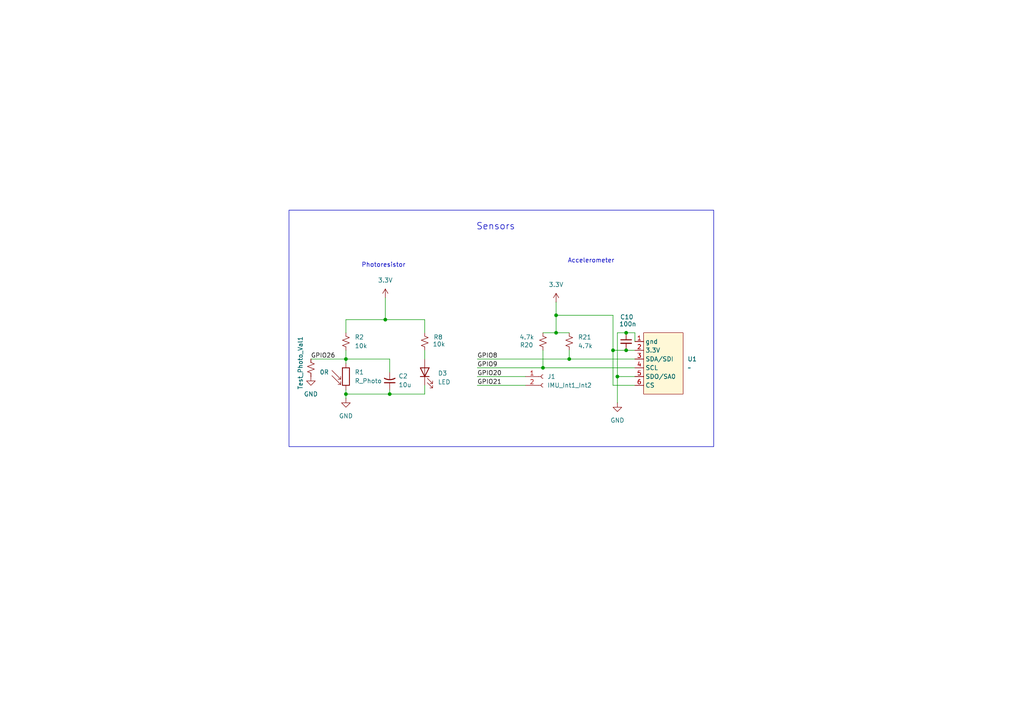
<source format=kicad_sch>
(kicad_sch
	(version 20250114)
	(generator "eeschema")
	(generator_version "9.0")
	(uuid "87812ec1-342e-43e6-b5c1-1eb20eb6354b")
	(paper "A4")
	(lib_symbols
		(symbol "Connector:Conn_01x02_Socket"
			(pin_names
				(offset 1.016)
				(hide yes)
			)
			(exclude_from_sim no)
			(in_bom yes)
			(on_board yes)
			(property "Reference" "J"
				(at 0 2.54 0)
				(effects
					(font
						(size 1.27 1.27)
					)
				)
			)
			(property "Value" "Conn_01x02_Socket"
				(at 0 -5.08 0)
				(effects
					(font
						(size 1.27 1.27)
					)
				)
			)
			(property "Footprint" ""
				(at 0 0 0)
				(effects
					(font
						(size 1.27 1.27)
					)
					(hide yes)
				)
			)
			(property "Datasheet" "~"
				(at 0 0 0)
				(effects
					(font
						(size 1.27 1.27)
					)
					(hide yes)
				)
			)
			(property "Description" "Generic connector, single row, 01x02, script generated"
				(at 0 0 0)
				(effects
					(font
						(size 1.27 1.27)
					)
					(hide yes)
				)
			)
			(property "ki_locked" ""
				(at 0 0 0)
				(effects
					(font
						(size 1.27 1.27)
					)
				)
			)
			(property "ki_keywords" "connector"
				(at 0 0 0)
				(effects
					(font
						(size 1.27 1.27)
					)
					(hide yes)
				)
			)
			(property "ki_fp_filters" "Connector*:*_1x??_*"
				(at 0 0 0)
				(effects
					(font
						(size 1.27 1.27)
					)
					(hide yes)
				)
			)
			(symbol "Conn_01x02_Socket_1_1"
				(polyline
					(pts
						(xy -1.27 0) (xy -0.508 0)
					)
					(stroke
						(width 0.1524)
						(type default)
					)
					(fill
						(type none)
					)
				)
				(polyline
					(pts
						(xy -1.27 -2.54) (xy -0.508 -2.54)
					)
					(stroke
						(width 0.1524)
						(type default)
					)
					(fill
						(type none)
					)
				)
				(arc
					(start 0 -0.508)
					(mid -0.5058 0)
					(end 0 0.508)
					(stroke
						(width 0.1524)
						(type default)
					)
					(fill
						(type none)
					)
				)
				(arc
					(start 0 -3.048)
					(mid -0.5058 -2.54)
					(end 0 -2.032)
					(stroke
						(width 0.1524)
						(type default)
					)
					(fill
						(type none)
					)
				)
				(pin passive line
					(at -5.08 0 0)
					(length 3.81)
					(name "Pin_1"
						(effects
							(font
								(size 1.27 1.27)
							)
						)
					)
					(number "1"
						(effects
							(font
								(size 1.27 1.27)
							)
						)
					)
				)
				(pin passive line
					(at -5.08 -2.54 0)
					(length 3.81)
					(name "Pin_2"
						(effects
							(font
								(size 1.27 1.27)
							)
						)
					)
					(number "2"
						(effects
							(font
								(size 1.27 1.27)
							)
						)
					)
				)
			)
			(embedded_fonts no)
		)
		(symbol "Device:C_Small"
			(pin_numbers
				(hide yes)
			)
			(pin_names
				(offset 0.254)
				(hide yes)
			)
			(exclude_from_sim no)
			(in_bom yes)
			(on_board yes)
			(property "Reference" "C"
				(at 0.254 1.778 0)
				(effects
					(font
						(size 1.27 1.27)
					)
					(justify left)
				)
			)
			(property "Value" "C_Small"
				(at 0.254 -2.032 0)
				(effects
					(font
						(size 1.27 1.27)
					)
					(justify left)
				)
			)
			(property "Footprint" ""
				(at 0 0 0)
				(effects
					(font
						(size 1.27 1.27)
					)
					(hide yes)
				)
			)
			(property "Datasheet" "~"
				(at 0 0 0)
				(effects
					(font
						(size 1.27 1.27)
					)
					(hide yes)
				)
			)
			(property "Description" "Unpolarized capacitor, small symbol"
				(at 0 0 0)
				(effects
					(font
						(size 1.27 1.27)
					)
					(hide yes)
				)
			)
			(property "ki_keywords" "capacitor cap"
				(at 0 0 0)
				(effects
					(font
						(size 1.27 1.27)
					)
					(hide yes)
				)
			)
			(property "ki_fp_filters" "C_*"
				(at 0 0 0)
				(effects
					(font
						(size 1.27 1.27)
					)
					(hide yes)
				)
			)
			(symbol "C_Small_0_1"
				(polyline
					(pts
						(xy -1.524 0.508) (xy 1.524 0.508)
					)
					(stroke
						(width 0.3048)
						(type default)
					)
					(fill
						(type none)
					)
				)
				(polyline
					(pts
						(xy -1.524 -0.508) (xy 1.524 -0.508)
					)
					(stroke
						(width 0.3302)
						(type default)
					)
					(fill
						(type none)
					)
				)
			)
			(symbol "C_Small_1_1"
				(pin passive line
					(at 0 2.54 270)
					(length 2.032)
					(name "~"
						(effects
							(font
								(size 1.27 1.27)
							)
						)
					)
					(number "1"
						(effects
							(font
								(size 1.27 1.27)
							)
						)
					)
				)
				(pin passive line
					(at 0 -2.54 90)
					(length 2.032)
					(name "~"
						(effects
							(font
								(size 1.27 1.27)
							)
						)
					)
					(number "2"
						(effects
							(font
								(size 1.27 1.27)
							)
						)
					)
				)
			)
			(embedded_fonts no)
		)
		(symbol "Device:C_Small_US"
			(pin_numbers
				(hide yes)
			)
			(pin_names
				(offset 0.254)
				(hide yes)
			)
			(exclude_from_sim no)
			(in_bom yes)
			(on_board yes)
			(property "Reference" "C"
				(at 0.254 1.778 0)
				(effects
					(font
						(size 1.27 1.27)
					)
					(justify left)
				)
			)
			(property "Value" "C_Small_US"
				(at 0.254 -2.032 0)
				(effects
					(font
						(size 1.27 1.27)
					)
					(justify left)
				)
			)
			(property "Footprint" ""
				(at 0 0 0)
				(effects
					(font
						(size 1.27 1.27)
					)
					(hide yes)
				)
			)
			(property "Datasheet" ""
				(at 0 0 0)
				(effects
					(font
						(size 1.27 1.27)
					)
					(hide yes)
				)
			)
			(property "Description" "capacitor, small US symbol"
				(at 0 0 0)
				(effects
					(font
						(size 1.27 1.27)
					)
					(hide yes)
				)
			)
			(property "ki_keywords" "cap capacitor"
				(at 0 0 0)
				(effects
					(font
						(size 1.27 1.27)
					)
					(hide yes)
				)
			)
			(property "ki_fp_filters" "C_*"
				(at 0 0 0)
				(effects
					(font
						(size 1.27 1.27)
					)
					(hide yes)
				)
			)
			(symbol "C_Small_US_0_1"
				(polyline
					(pts
						(xy -1.524 0.508) (xy 1.524 0.508)
					)
					(stroke
						(width 0.3048)
						(type default)
					)
					(fill
						(type none)
					)
				)
				(arc
					(start -1.524 -0.762)
					(mid 0 -0.3734)
					(end 1.524 -0.762)
					(stroke
						(width 0.3048)
						(type default)
					)
					(fill
						(type none)
					)
				)
			)
			(symbol "C_Small_US_1_1"
				(pin passive line
					(at 0 2.54 270)
					(length 2.032)
					(name "~"
						(effects
							(font
								(size 1.27 1.27)
							)
						)
					)
					(number "1"
						(effects
							(font
								(size 1.27 1.27)
							)
						)
					)
				)
				(pin passive line
					(at 0 -2.54 90)
					(length 2.032)
					(name "~"
						(effects
							(font
								(size 1.27 1.27)
							)
						)
					)
					(number "2"
						(effects
							(font
								(size 1.27 1.27)
							)
						)
					)
				)
			)
			(embedded_fonts no)
		)
		(symbol "Device:LED"
			(pin_numbers
				(hide yes)
			)
			(pin_names
				(offset 1.016)
				(hide yes)
			)
			(exclude_from_sim no)
			(in_bom yes)
			(on_board yes)
			(property "Reference" "D"
				(at 0 2.54 0)
				(effects
					(font
						(size 1.27 1.27)
					)
				)
			)
			(property "Value" "LED"
				(at 0 -2.54 0)
				(effects
					(font
						(size 1.27 1.27)
					)
				)
			)
			(property "Footprint" ""
				(at 0 0 0)
				(effects
					(font
						(size 1.27 1.27)
					)
					(hide yes)
				)
			)
			(property "Datasheet" "~"
				(at 0 0 0)
				(effects
					(font
						(size 1.27 1.27)
					)
					(hide yes)
				)
			)
			(property "Description" "Light emitting diode"
				(at 0 0 0)
				(effects
					(font
						(size 1.27 1.27)
					)
					(hide yes)
				)
			)
			(property "Sim.Pins" "1=K 2=A"
				(at 0 0 0)
				(effects
					(font
						(size 1.27 1.27)
					)
					(hide yes)
				)
			)
			(property "ki_keywords" "LED diode"
				(at 0 0 0)
				(effects
					(font
						(size 1.27 1.27)
					)
					(hide yes)
				)
			)
			(property "ki_fp_filters" "LED* LED_SMD:* LED_THT:*"
				(at 0 0 0)
				(effects
					(font
						(size 1.27 1.27)
					)
					(hide yes)
				)
			)
			(symbol "LED_0_1"
				(polyline
					(pts
						(xy -3.048 -0.762) (xy -4.572 -2.286) (xy -3.81 -2.286) (xy -4.572 -2.286) (xy -4.572 -1.524)
					)
					(stroke
						(width 0)
						(type default)
					)
					(fill
						(type none)
					)
				)
				(polyline
					(pts
						(xy -1.778 -0.762) (xy -3.302 -2.286) (xy -2.54 -2.286) (xy -3.302 -2.286) (xy -3.302 -1.524)
					)
					(stroke
						(width 0)
						(type default)
					)
					(fill
						(type none)
					)
				)
				(polyline
					(pts
						(xy -1.27 0) (xy 1.27 0)
					)
					(stroke
						(width 0)
						(type default)
					)
					(fill
						(type none)
					)
				)
				(polyline
					(pts
						(xy -1.27 -1.27) (xy -1.27 1.27)
					)
					(stroke
						(width 0.254)
						(type default)
					)
					(fill
						(type none)
					)
				)
				(polyline
					(pts
						(xy 1.27 -1.27) (xy 1.27 1.27) (xy -1.27 0) (xy 1.27 -1.27)
					)
					(stroke
						(width 0.254)
						(type default)
					)
					(fill
						(type none)
					)
				)
			)
			(symbol "LED_1_1"
				(pin passive line
					(at -3.81 0 0)
					(length 2.54)
					(name "K"
						(effects
							(font
								(size 1.27 1.27)
							)
						)
					)
					(number "1"
						(effects
							(font
								(size 1.27 1.27)
							)
						)
					)
				)
				(pin passive line
					(at 3.81 0 180)
					(length 2.54)
					(name "A"
						(effects
							(font
								(size 1.27 1.27)
							)
						)
					)
					(number "2"
						(effects
							(font
								(size 1.27 1.27)
							)
						)
					)
				)
			)
			(embedded_fonts no)
		)
		(symbol "Device:R_Photo"
			(pin_numbers
				(hide yes)
			)
			(pin_names
				(offset 0)
			)
			(exclude_from_sim no)
			(in_bom yes)
			(on_board yes)
			(property "Reference" "R"
				(at 1.27 1.27 0)
				(effects
					(font
						(size 1.27 1.27)
					)
					(justify left)
				)
			)
			(property "Value" "R_Photo"
				(at 1.27 0 0)
				(effects
					(font
						(size 1.27 1.27)
					)
					(justify left top)
				)
			)
			(property "Footprint" ""
				(at 1.27 -6.35 90)
				(effects
					(font
						(size 1.27 1.27)
					)
					(justify left)
					(hide yes)
				)
			)
			(property "Datasheet" "~"
				(at 0 -1.27 0)
				(effects
					(font
						(size 1.27 1.27)
					)
					(hide yes)
				)
			)
			(property "Description" "Photoresistor"
				(at 0 0 0)
				(effects
					(font
						(size 1.27 1.27)
					)
					(hide yes)
				)
			)
			(property "ki_keywords" "resistor variable light sensitive opto LDR"
				(at 0 0 0)
				(effects
					(font
						(size 1.27 1.27)
					)
					(hide yes)
				)
			)
			(property "ki_fp_filters" "*LDR* R?LDR*"
				(at 0 0 0)
				(effects
					(font
						(size 1.27 1.27)
					)
					(hide yes)
				)
			)
			(symbol "R_Photo_0_1"
				(polyline
					(pts
						(xy -1.524 -0.762) (xy -4.064 1.778)
					)
					(stroke
						(width 0)
						(type default)
					)
					(fill
						(type none)
					)
				)
				(polyline
					(pts
						(xy -1.524 -0.762) (xy -2.286 -0.762)
					)
					(stroke
						(width 0)
						(type default)
					)
					(fill
						(type none)
					)
				)
				(polyline
					(pts
						(xy -1.524 -0.762) (xy -1.524 0)
					)
					(stroke
						(width 0)
						(type default)
					)
					(fill
						(type none)
					)
				)
				(polyline
					(pts
						(xy -1.524 -2.286) (xy -4.064 0.254)
					)
					(stroke
						(width 0)
						(type default)
					)
					(fill
						(type none)
					)
				)
				(polyline
					(pts
						(xy -1.524 -2.286) (xy -2.286 -2.286)
					)
					(stroke
						(width 0)
						(type default)
					)
					(fill
						(type none)
					)
				)
				(polyline
					(pts
						(xy -1.524 -2.286) (xy -1.524 -1.524)
					)
					(stroke
						(width 0)
						(type default)
					)
					(fill
						(type none)
					)
				)
				(rectangle
					(start -1.016 2.54)
					(end 1.016 -2.54)
					(stroke
						(width 0.254)
						(type default)
					)
					(fill
						(type none)
					)
				)
			)
			(symbol "R_Photo_1_1"
				(pin passive line
					(at 0 3.81 270)
					(length 1.27)
					(name "~"
						(effects
							(font
								(size 1.27 1.27)
							)
						)
					)
					(number "1"
						(effects
							(font
								(size 1.27 1.27)
							)
						)
					)
				)
				(pin passive line
					(at 0 -3.81 90)
					(length 1.27)
					(name "~"
						(effects
							(font
								(size 1.27 1.27)
							)
						)
					)
					(number "2"
						(effects
							(font
								(size 1.27 1.27)
							)
						)
					)
				)
			)
			(embedded_fonts no)
		)
		(symbol "Device:R_Small_US"
			(pin_numbers
				(hide yes)
			)
			(pin_names
				(offset 0.254)
				(hide yes)
			)
			(exclude_from_sim no)
			(in_bom yes)
			(on_board yes)
			(property "Reference" "R"
				(at 0.762 0.508 0)
				(effects
					(font
						(size 1.27 1.27)
					)
					(justify left)
				)
			)
			(property "Value" "R_Small_US"
				(at 0.762 -1.016 0)
				(effects
					(font
						(size 1.27 1.27)
					)
					(justify left)
				)
			)
			(property "Footprint" ""
				(at 0 0 0)
				(effects
					(font
						(size 1.27 1.27)
					)
					(hide yes)
				)
			)
			(property "Datasheet" "~"
				(at 0 0 0)
				(effects
					(font
						(size 1.27 1.27)
					)
					(hide yes)
				)
			)
			(property "Description" "Resistor, small US symbol"
				(at 0 0 0)
				(effects
					(font
						(size 1.27 1.27)
					)
					(hide yes)
				)
			)
			(property "ki_keywords" "r resistor"
				(at 0 0 0)
				(effects
					(font
						(size 1.27 1.27)
					)
					(hide yes)
				)
			)
			(property "ki_fp_filters" "R_*"
				(at 0 0 0)
				(effects
					(font
						(size 1.27 1.27)
					)
					(hide yes)
				)
			)
			(symbol "R_Small_US_1_1"
				(polyline
					(pts
						(xy 0 1.524) (xy 1.016 1.143) (xy 0 0.762) (xy -1.016 0.381) (xy 0 0)
					)
					(stroke
						(width 0)
						(type default)
					)
					(fill
						(type none)
					)
				)
				(polyline
					(pts
						(xy 0 0) (xy 1.016 -0.381) (xy 0 -0.762) (xy -1.016 -1.143) (xy 0 -1.524)
					)
					(stroke
						(width 0)
						(type default)
					)
					(fill
						(type none)
					)
				)
				(pin passive line
					(at 0 2.54 270)
					(length 1.016)
					(name "~"
						(effects
							(font
								(size 1.27 1.27)
							)
						)
					)
					(number "1"
						(effects
							(font
								(size 1.27 1.27)
							)
						)
					)
				)
				(pin passive line
					(at 0 -2.54 90)
					(length 1.016)
					(name "~"
						(effects
							(font
								(size 1.27 1.27)
							)
						)
					)
					(number "2"
						(effects
							(font
								(size 1.27 1.27)
							)
						)
					)
				)
			)
			(embedded_fonts no)
		)
		(symbol "Elijahs_symbols:I2C_4"
			(exclude_from_sim no)
			(in_bom yes)
			(on_board yes)
			(property "Reference" "U"
				(at 8.636 -0.254 0)
				(effects
					(font
						(size 1.27 1.27)
					)
				)
			)
			(property "Value" ""
				(at 0 0 0)
				(effects
					(font
						(size 1.27 1.27)
					)
				)
			)
			(property "Footprint" ""
				(at 0 0 0)
				(effects
					(font
						(size 1.27 1.27)
					)
					(hide yes)
				)
			)
			(property "Datasheet" ""
				(at 0 0 0)
				(effects
					(font
						(size 1.27 1.27)
					)
					(hide yes)
				)
			)
			(property "Description" ""
				(at 0 0 0)
				(effects
					(font
						(size 1.27 1.27)
					)
					(hide yes)
				)
			)
			(symbol "I2C_4_1_1"
				(rectangle
					(start 2.54 -1.27)
					(end 13.97 -19.05)
					(stroke
						(width 0)
						(type solid)
					)
					(fill
						(type color)
						(color 255 248 215 1)
					)
				)
				(pin power_in line
					(at 0 -3.81 0)
					(length 2.54)
					(name "gnd"
						(effects
							(font
								(size 1.27 1.27)
							)
						)
					)
					(number "1"
						(effects
							(font
								(size 1.27 1.27)
							)
						)
					)
				)
				(pin power_in line
					(at 0 -6.35 0)
					(length 2.54)
					(name "3.3V"
						(effects
							(font
								(size 1.27 1.27)
							)
						)
					)
					(number "2"
						(effects
							(font
								(size 1.27 1.27)
							)
						)
					)
				)
				(pin input line
					(at 0 -8.89 0)
					(length 2.54)
					(name "SDA/SDI"
						(effects
							(font
								(size 1.27 1.27)
							)
						)
					)
					(number "3"
						(effects
							(font
								(size 1.27 1.27)
							)
						)
					)
				)
				(pin input line
					(at 0 -11.43 0)
					(length 2.54)
					(name "SCL"
						(effects
							(font
								(size 1.27 1.27)
							)
						)
					)
					(number "4"
						(effects
							(font
								(size 1.27 1.27)
							)
						)
					)
				)
				(pin output line
					(at 0 -13.97 0)
					(length 2.54)
					(name "SDO/SA0"
						(effects
							(font
								(size 1.27 1.27)
							)
						)
					)
					(number "5"
						(effects
							(font
								(size 1.27 1.27)
							)
						)
					)
				)
				(pin input line
					(at 0 -16.51 0)
					(length 2.54)
					(name "CS"
						(effects
							(font
								(size 1.27 1.27)
							)
						)
					)
					(number "6"
						(effects
							(font
								(size 1.27 1.27)
							)
						)
					)
				)
			)
			(embedded_fonts no)
		)
		(symbol "power:GND"
			(power)
			(pin_numbers
				(hide yes)
			)
			(pin_names
				(offset 0)
				(hide yes)
			)
			(exclude_from_sim no)
			(in_bom yes)
			(on_board yes)
			(property "Reference" "#PWR"
				(at 0 -6.35 0)
				(effects
					(font
						(size 1.27 1.27)
					)
					(hide yes)
				)
			)
			(property "Value" "GND"
				(at 0 -3.81 0)
				(effects
					(font
						(size 1.27 1.27)
					)
				)
			)
			(property "Footprint" ""
				(at 0 0 0)
				(effects
					(font
						(size 1.27 1.27)
					)
					(hide yes)
				)
			)
			(property "Datasheet" ""
				(at 0 0 0)
				(effects
					(font
						(size 1.27 1.27)
					)
					(hide yes)
				)
			)
			(property "Description" "Power symbol creates a global label with name \"GND\" , ground"
				(at 0 0 0)
				(effects
					(font
						(size 1.27 1.27)
					)
					(hide yes)
				)
			)
			(property "ki_keywords" "global power"
				(at 0 0 0)
				(effects
					(font
						(size 1.27 1.27)
					)
					(hide yes)
				)
			)
			(symbol "GND_0_1"
				(polyline
					(pts
						(xy 0 0) (xy 0 -1.27) (xy 1.27 -1.27) (xy 0 -2.54) (xy -1.27 -1.27) (xy 0 -1.27)
					)
					(stroke
						(width 0)
						(type default)
					)
					(fill
						(type none)
					)
				)
			)
			(symbol "GND_1_1"
				(pin power_in line
					(at 0 0 270)
					(length 0)
					(name "~"
						(effects
							(font
								(size 1.27 1.27)
							)
						)
					)
					(number "1"
						(effects
							(font
								(size 1.27 1.27)
							)
						)
					)
				)
			)
			(embedded_fonts no)
		)
		(symbol "power:VCC"
			(power)
			(pin_numbers
				(hide yes)
			)
			(pin_names
				(offset 0)
				(hide yes)
			)
			(exclude_from_sim no)
			(in_bom yes)
			(on_board yes)
			(property "Reference" "#PWR"
				(at 0 -3.81 0)
				(effects
					(font
						(size 1.27 1.27)
					)
					(hide yes)
				)
			)
			(property "Value" "VCC"
				(at 0 3.556 0)
				(effects
					(font
						(size 1.27 1.27)
					)
				)
			)
			(property "Footprint" ""
				(at 0 0 0)
				(effects
					(font
						(size 1.27 1.27)
					)
					(hide yes)
				)
			)
			(property "Datasheet" ""
				(at 0 0 0)
				(effects
					(font
						(size 1.27 1.27)
					)
					(hide yes)
				)
			)
			(property "Description" "Power symbol creates a global label with name \"VCC\""
				(at 0 0 0)
				(effects
					(font
						(size 1.27 1.27)
					)
					(hide yes)
				)
			)
			(property "ki_keywords" "global power"
				(at 0 0 0)
				(effects
					(font
						(size 1.27 1.27)
					)
					(hide yes)
				)
			)
			(symbol "VCC_0_1"
				(polyline
					(pts
						(xy -0.762 1.27) (xy 0 2.54)
					)
					(stroke
						(width 0)
						(type default)
					)
					(fill
						(type none)
					)
				)
				(polyline
					(pts
						(xy 0 2.54) (xy 0.762 1.27)
					)
					(stroke
						(width 0)
						(type default)
					)
					(fill
						(type none)
					)
				)
				(polyline
					(pts
						(xy 0 0) (xy 0 2.54)
					)
					(stroke
						(width 0)
						(type default)
					)
					(fill
						(type none)
					)
				)
			)
			(symbol "VCC_1_1"
				(pin power_in line
					(at 0 0 90)
					(length 0)
					(name "~"
						(effects
							(font
								(size 1.27 1.27)
							)
						)
					)
					(number "1"
						(effects
							(font
								(size 1.27 1.27)
							)
						)
					)
				)
			)
			(embedded_fonts no)
		)
	)
	(rectangle
		(start 83.82 60.96)
		(end 207.01 129.54)
		(stroke
			(width 0)
			(type default)
		)
		(fill
			(type none)
		)
		(uuid 4b9b5182-569b-4fd2-8034-36b58179bab3)
	)
	(text "Photoresistor"
		(exclude_from_sim no)
		(at 111.252 76.962 0)
		(effects
			(font
				(size 1.27 1.27)
			)
		)
		(uuid "26b60b5f-949f-4f06-a914-810e17bab3ac")
	)
	(text "Sensors"
		(exclude_from_sim no)
		(at 143.764 65.786 0)
		(effects
			(font
				(size 1.905 1.905)
			)
		)
		(uuid "91b39d69-cbf2-4ae9-a133-6c237dac8a60")
	)
	(text "Accelerometer"
		(exclude_from_sim no)
		(at 171.45 75.692 0)
		(effects
			(font
				(size 1.27 1.27)
			)
		)
		(uuid "c7b05f3f-f496-461a-88f7-475dc7d0ce16")
	)
	(junction
		(at 161.29 91.44)
		(diameter 0)
		(color 0 0 0 0)
		(uuid "16f87a45-f48f-451f-a72a-a9f3b71698ed")
	)
	(junction
		(at 100.33 104.14)
		(diameter 0)
		(color 0 0 0 0)
		(uuid "307ee99e-d6e3-4201-89db-48ad5ee9e7b9")
	)
	(junction
		(at 177.8 101.6)
		(diameter 0)
		(color 0 0 0 0)
		(uuid "3af54ba6-269f-4e04-aec1-d2d312aa6e8a")
	)
	(junction
		(at 181.61 96.52)
		(diameter 0)
		(color 0 0 0 0)
		(uuid "3cec4b9d-815c-4e73-b55e-42507cf8e1aa")
	)
	(junction
		(at 165.1 104.14)
		(diameter 0)
		(color 0 0 0 0)
		(uuid "410bb921-7ece-44bc-987c-f64d221e56a3")
	)
	(junction
		(at 161.29 96.52)
		(diameter 0)
		(color 0 0 0 0)
		(uuid "4fcd0a4e-45ba-490f-a08d-548c7bf96cb4")
	)
	(junction
		(at 113.03 114.3)
		(diameter 0)
		(color 0 0 0 0)
		(uuid "622702ec-9109-44b2-a2aa-3911d14c83ac")
	)
	(junction
		(at 157.48 106.68)
		(diameter 0)
		(color 0 0 0 0)
		(uuid "66138d3b-3c08-4703-8a38-d90ed054198a")
	)
	(junction
		(at 100.33 114.3)
		(diameter 0)
		(color 0 0 0 0)
		(uuid "72696f05-514c-46aa-9ccd-f426e9b5b6bd")
	)
	(junction
		(at 179.07 109.22)
		(diameter 0)
		(color 0 0 0 0)
		(uuid "9a5d9417-e238-410e-ab41-8b9a9c5dab29")
	)
	(junction
		(at 181.61 101.6)
		(diameter 0)
		(color 0 0 0 0)
		(uuid "c23d52fe-0706-4fdc-98e0-501b841f2291")
	)
	(junction
		(at 111.76 92.71)
		(diameter 0)
		(color 0 0 0 0)
		(uuid "e1acdc00-d809-436e-9a9d-c5f16c3fa975")
	)
	(wire
		(pts
			(xy 138.43 111.76) (xy 152.4 111.76)
		)
		(stroke
			(width 0)
			(type default)
		)
		(uuid "043ce741-7339-4002-91a9-c22fe3b44021")
	)
	(wire
		(pts
			(xy 113.03 113.03) (xy 113.03 114.3)
		)
		(stroke
			(width 0)
			(type default)
		)
		(uuid "0646275f-86e6-4405-97f4-3f0fb92ad73c")
	)
	(wire
		(pts
			(xy 177.8 91.44) (xy 177.8 101.6)
		)
		(stroke
			(width 0)
			(type default)
		)
		(uuid "08f4f4c6-5e26-4a90-bab6-a40e1e51eaae")
	)
	(wire
		(pts
			(xy 181.61 96.52) (xy 184.15 96.52)
		)
		(stroke
			(width 0)
			(type default)
		)
		(uuid "1076dcf7-eaff-49ba-a9ad-7271e2774544")
	)
	(wire
		(pts
			(xy 138.43 109.22) (xy 152.4 109.22)
		)
		(stroke
			(width 0)
			(type default)
		)
		(uuid "11bf5a68-b381-47ac-afcd-69bc98934a17")
	)
	(wire
		(pts
			(xy 165.1 101.6) (xy 165.1 104.14)
		)
		(stroke
			(width 0)
			(type default)
		)
		(uuid "194b67c4-4066-4129-9c57-1ee13ccf577f")
	)
	(wire
		(pts
			(xy 100.33 104.14) (xy 100.33 105.41)
		)
		(stroke
			(width 0)
			(type default)
		)
		(uuid "222d5ff7-e790-4405-96ed-4487d713a4a9")
	)
	(wire
		(pts
			(xy 161.29 96.52) (xy 165.1 96.52)
		)
		(stroke
			(width 0)
			(type default)
		)
		(uuid "22d7f09c-2ca2-46c0-948a-0ebf9b158aea")
	)
	(wire
		(pts
			(xy 177.8 111.76) (xy 184.15 111.76)
		)
		(stroke
			(width 0)
			(type default)
		)
		(uuid "27622313-4dfd-4484-8ddd-6799397fb00c")
	)
	(wire
		(pts
			(xy 177.8 101.6) (xy 177.8 111.76)
		)
		(stroke
			(width 0)
			(type default)
		)
		(uuid "2f2656ac-9d17-419e-af16-23531e430064")
	)
	(wire
		(pts
			(xy 123.19 92.71) (xy 123.19 96.52)
		)
		(stroke
			(width 0)
			(type default)
		)
		(uuid "4b7a9418-eeaa-45c2-9922-fac508053d97")
	)
	(wire
		(pts
			(xy 179.07 96.52) (xy 181.61 96.52)
		)
		(stroke
			(width 0)
			(type default)
		)
		(uuid "56ea8ce3-6f38-4954-beae-fc0e58e4bfea")
	)
	(wire
		(pts
			(xy 179.07 96.52) (xy 179.07 109.22)
		)
		(stroke
			(width 0)
			(type default)
		)
		(uuid "6223c78d-7204-42f0-a803-641fe3556b64")
	)
	(wire
		(pts
			(xy 100.33 101.6) (xy 100.33 104.14)
		)
		(stroke
			(width 0)
			(type default)
		)
		(uuid "62472ce6-0646-4422-a6e6-8b486a380e39")
	)
	(wire
		(pts
			(xy 177.8 101.6) (xy 181.61 101.6)
		)
		(stroke
			(width 0)
			(type default)
		)
		(uuid "703bfc6c-2b43-42f0-8648-a1d710c6103f")
	)
	(wire
		(pts
			(xy 161.29 87.63) (xy 161.29 91.44)
		)
		(stroke
			(width 0)
			(type default)
		)
		(uuid "7146624a-c80f-4466-a5c6-2588658dfc58")
	)
	(wire
		(pts
			(xy 100.33 96.52) (xy 100.33 92.71)
		)
		(stroke
			(width 0)
			(type default)
		)
		(uuid "76709628-d868-4cd1-aca9-6b10191de5e5")
	)
	(wire
		(pts
			(xy 123.19 111.76) (xy 123.19 114.3)
		)
		(stroke
			(width 0)
			(type default)
		)
		(uuid "79c78fe7-49e4-4870-9dc9-a5f98286108b")
	)
	(wire
		(pts
			(xy 113.03 114.3) (xy 100.33 114.3)
		)
		(stroke
			(width 0)
			(type default)
		)
		(uuid "7a395823-8125-4392-be9c-2338edb82747")
	)
	(wire
		(pts
			(xy 90.17 104.14) (xy 100.33 104.14)
		)
		(stroke
			(width 0)
			(type default)
		)
		(uuid "8d5b8818-5fb3-49bf-9328-c1ea2118005b")
	)
	(wire
		(pts
			(xy 100.33 114.3) (xy 100.33 115.57)
		)
		(stroke
			(width 0)
			(type default)
		)
		(uuid "8fb7e0f7-2760-4a2f-9a8e-2563f858cbf8")
	)
	(wire
		(pts
			(xy 157.48 106.68) (xy 184.15 106.68)
		)
		(stroke
			(width 0)
			(type default)
		)
		(uuid "90839232-4071-4c5b-b4be-af3dac275616")
	)
	(wire
		(pts
			(xy 161.29 91.44) (xy 161.29 96.52)
		)
		(stroke
			(width 0)
			(type default)
		)
		(uuid "94c5c9a9-6ea2-43b8-9e8f-e9002b5f5ec1")
	)
	(wire
		(pts
			(xy 157.48 96.52) (xy 161.29 96.52)
		)
		(stroke
			(width 0)
			(type default)
		)
		(uuid "a1158d68-01d8-421f-a155-a6019bcae2ac")
	)
	(wire
		(pts
			(xy 184.15 96.52) (xy 184.15 99.06)
		)
		(stroke
			(width 0)
			(type default)
		)
		(uuid "a5c1e152-d089-437c-ac38-b3e2e7b95d83")
	)
	(wire
		(pts
			(xy 165.1 104.14) (xy 184.15 104.14)
		)
		(stroke
			(width 0)
			(type default)
		)
		(uuid "a6d638f1-7387-477b-9be0-37a2a83d6f72")
	)
	(wire
		(pts
			(xy 138.43 104.14) (xy 165.1 104.14)
		)
		(stroke
			(width 0)
			(type default)
		)
		(uuid "ac11bc94-6eec-4dc6-b275-132a10ee78be")
	)
	(wire
		(pts
			(xy 100.33 113.03) (xy 100.33 114.3)
		)
		(stroke
			(width 0)
			(type default)
		)
		(uuid "c0aa534b-7545-4426-91ba-1f850838e06d")
	)
	(wire
		(pts
			(xy 161.29 91.44) (xy 177.8 91.44)
		)
		(stroke
			(width 0)
			(type default)
		)
		(uuid "c3289530-b95d-4df8-953f-fbebf67aa452")
	)
	(wire
		(pts
			(xy 113.03 107.95) (xy 113.03 104.14)
		)
		(stroke
			(width 0)
			(type default)
		)
		(uuid "d03ad0dc-e365-46c6-83a9-83d4db457daf")
	)
	(wire
		(pts
			(xy 179.07 109.22) (xy 184.15 109.22)
		)
		(stroke
			(width 0)
			(type default)
		)
		(uuid "d5d3de5e-01ba-4dc2-b503-4fb555eff33a")
	)
	(wire
		(pts
			(xy 138.43 106.68) (xy 157.48 106.68)
		)
		(stroke
			(width 0)
			(type default)
		)
		(uuid "d6b419b9-cf38-4bea-89c8-2c0cd1c70b35")
	)
	(wire
		(pts
			(xy 111.76 86.36) (xy 111.76 92.71)
		)
		(stroke
			(width 0)
			(type default)
		)
		(uuid "d7d71d61-fb11-41b9-b87f-9aec8de040a7")
	)
	(wire
		(pts
			(xy 100.33 92.71) (xy 111.76 92.71)
		)
		(stroke
			(width 0)
			(type default)
		)
		(uuid "d83c1702-94c8-4e7f-b4ee-41a5cc539cba")
	)
	(wire
		(pts
			(xy 179.07 109.22) (xy 179.07 116.84)
		)
		(stroke
			(width 0)
			(type default)
		)
		(uuid "dba36c46-c6fc-4c0f-8aef-5212f1423a1f")
	)
	(wire
		(pts
			(xy 157.48 101.6) (xy 157.48 106.68)
		)
		(stroke
			(width 0)
			(type default)
		)
		(uuid "dfca8d5b-f2ab-46fe-925e-a80c771807b5")
	)
	(wire
		(pts
			(xy 123.19 101.6) (xy 123.19 104.14)
		)
		(stroke
			(width 0)
			(type default)
		)
		(uuid "e1e7ce50-81f3-4093-8886-fadc6710bc76")
	)
	(wire
		(pts
			(xy 181.61 101.6) (xy 184.15 101.6)
		)
		(stroke
			(width 0)
			(type default)
		)
		(uuid "e44b9bbd-e124-4cc7-9140-afff32014cd2")
	)
	(wire
		(pts
			(xy 111.76 92.71) (xy 123.19 92.71)
		)
		(stroke
			(width 0)
			(type default)
		)
		(uuid "ead52d29-ec44-4a42-9706-90460691f904")
	)
	(wire
		(pts
			(xy 113.03 114.3) (xy 123.19 114.3)
		)
		(stroke
			(width 0)
			(type default)
		)
		(uuid "eef42db0-70d7-417d-915d-260866ed01bc")
	)
	(wire
		(pts
			(xy 100.33 104.14) (xy 113.03 104.14)
		)
		(stroke
			(width 0)
			(type default)
		)
		(uuid "efe66bcc-c403-47fb-bd13-05824ec310f3")
	)
	(label "GPIO8"
		(at 138.43 104.14 0)
		(effects
			(font
				(size 1.27 1.27)
			)
			(justify left bottom)
		)
		(uuid "1b554dd5-9ae0-48ef-8fb3-820cb57faf5a")
	)
	(label "GPIO20"
		(at 138.43 109.22 0)
		(effects
			(font
				(size 1.27 1.27)
			)
			(justify left bottom)
		)
		(uuid "28d74852-e238-491d-a8e7-7af1bd14d8f6")
	)
	(label "GPIO26"
		(at 90.17 104.14 0)
		(effects
			(font
				(size 1.27 1.27)
			)
			(justify left bottom)
		)
		(uuid "3c679c41-033c-4554-8322-38cde69d391d")
	)
	(label "GPIO9"
		(at 138.43 106.68 0)
		(effects
			(font
				(size 1.27 1.27)
			)
			(justify left bottom)
		)
		(uuid "68e5d9c7-e114-4b3e-bef5-1152ccdc5377")
	)
	(label "GPIO21"
		(at 138.43 111.76 0)
		(effects
			(font
				(size 1.27 1.27)
			)
			(justify left bottom)
		)
		(uuid "f92bd092-d957-4ddb-9217-cf1af138df14")
	)
	(symbol
		(lib_id "Device:R_Small_US")
		(at 100.33 99.06 0)
		(unit 1)
		(exclude_from_sim no)
		(in_bom yes)
		(on_board yes)
		(dnp no)
		(fields_autoplaced yes)
		(uuid "168e18b3-439f-4c9b-a90a-da5a7d2e2da4")
		(property "Reference" "R2"
			(at 102.87 97.7899 0)
			(effects
				(font
					(size 1.27 1.27)
				)
				(justify left)
			)
		)
		(property "Value" "10k"
			(at 102.87 100.3299 0)
			(effects
				(font
					(size 1.27 1.27)
				)
				(justify left)
			)
		)
		(property "Footprint" "Resistor_THT:R_Axial_DIN0207_L6.3mm_D2.5mm_P10.16mm_Horizontal"
			(at 100.33 99.06 0)
			(effects
				(font
					(size 1.27 1.27)
				)
				(hide yes)
			)
		)
		(property "Datasheet" "~"
			(at 100.33 99.06 0)
			(effects
				(font
					(size 1.27 1.27)
				)
				(hide yes)
			)
		)
		(property "Description" "Resistor, small US symbol"
			(at 100.33 99.06 0)
			(effects
				(font
					(size 1.27 1.27)
				)
				(hide yes)
			)
		)
		(pin "1"
			(uuid "b4152c5e-47c7-4376-9426-7c1dc692c9ba")
		)
		(pin "2"
			(uuid "9eeb77a0-d8ae-4003-9e62-26aa3924484d")
		)
		(instances
			(project "411 Schematic-2025-11-16"
				(path "/d2e2892e-be0f-4a6a-9262-5a0d7272f4d0/f75237d4-8e6f-48a3-b7ab-404d9c9d0a03"
					(reference "R2")
					(unit 1)
				)
			)
		)
	)
	(symbol
		(lib_id "Device:R_Small_US")
		(at 157.48 99.06 0)
		(unit 1)
		(exclude_from_sim no)
		(in_bom yes)
		(on_board yes)
		(dnp no)
		(uuid "29e38314-f3ac-43d4-b343-34ffdf8dde49")
		(property "Reference" "R20"
			(at 154.686 100.076 0)
			(effects
				(font
					(size 1.27 1.27)
				)
				(justify right)
			)
		)
		(property "Value" "4.7k"
			(at 154.94 97.7901 0)
			(effects
				(font
					(size 1.27 1.27)
				)
				(justify right)
			)
		)
		(property "Footprint" "Resistor_THT:R_Axial_DIN0207_L6.3mm_D2.5mm_P10.16mm_Horizontal"
			(at 157.48 99.06 0)
			(effects
				(font
					(size 1.27 1.27)
				)
				(hide yes)
			)
		)
		(property "Datasheet" "~"
			(at 157.48 99.06 0)
			(effects
				(font
					(size 1.27 1.27)
				)
				(hide yes)
			)
		)
		(property "Description" "Resistor, small US symbol"
			(at 157.48 99.06 0)
			(effects
				(font
					(size 1.27 1.27)
				)
				(hide yes)
			)
		)
		(pin "2"
			(uuid "2e07e12e-5270-4f7e-bd32-d3a5fdf8915f")
		)
		(pin "1"
			(uuid "3cec43dc-7841-425b-846b-3bcad9f910b6")
		)
		(instances
			(project "411 Schematic-2025-11-16"
				(path "/d2e2892e-be0f-4a6a-9262-5a0d7272f4d0/f75237d4-8e6f-48a3-b7ab-404d9c9d0a03"
					(reference "R20")
					(unit 1)
				)
			)
		)
	)
	(symbol
		(lib_id "Device:LED")
		(at 123.19 107.95 90)
		(unit 1)
		(exclude_from_sim no)
		(in_bom yes)
		(on_board yes)
		(dnp no)
		(fields_autoplaced yes)
		(uuid "34d34e8f-9a94-4f5c-8ff0-ffbbf6d2b127")
		(property "Reference" "D3"
			(at 127 108.2674 90)
			(effects
				(font
					(size 1.27 1.27)
				)
				(justify right)
			)
		)
		(property "Value" "LED"
			(at 127 110.8074 90)
			(effects
				(font
					(size 1.27 1.27)
				)
				(justify right)
			)
		)
		(property "Footprint" "LED_THT:LED_D3.0mm_Clear"
			(at 123.19 107.95 0)
			(effects
				(font
					(size 1.27 1.27)
				)
				(hide yes)
			)
		)
		(property "Datasheet" "~"
			(at 123.19 107.95 0)
			(effects
				(font
					(size 1.27 1.27)
				)
				(hide yes)
			)
		)
		(property "Description" "Light emitting diode"
			(at 123.19 107.95 0)
			(effects
				(font
					(size 1.27 1.27)
				)
				(hide yes)
			)
		)
		(property "Sim.Pins" "1=K 2=A"
			(at 123.19 107.95 0)
			(effects
				(font
					(size 1.27 1.27)
				)
				(hide yes)
			)
		)
		(pin "2"
			(uuid "a9940bee-81b0-499a-931c-9f4c543bd5e2")
		)
		(pin "1"
			(uuid "503352ec-42b4-4732-9784-24d561c769d4")
		)
		(instances
			(project "411 Schematic-2025-11-16"
				(path "/d2e2892e-be0f-4a6a-9262-5a0d7272f4d0/f75237d4-8e6f-48a3-b7ab-404d9c9d0a03"
					(reference "D3")
					(unit 1)
				)
			)
		)
	)
	(symbol
		(lib_id "Device:R_Small_US")
		(at 165.1 99.06 180)
		(unit 1)
		(exclude_from_sim no)
		(in_bom yes)
		(on_board yes)
		(dnp no)
		(fields_autoplaced yes)
		(uuid "38115bcc-2623-48f6-b7c7-288502fa5c16")
		(property "Reference" "R21"
			(at 167.64 97.7899 0)
			(effects
				(font
					(size 1.27 1.27)
				)
				(justify right)
			)
		)
		(property "Value" "4.7k"
			(at 167.64 100.3299 0)
			(effects
				(font
					(size 1.27 1.27)
				)
				(justify right)
			)
		)
		(property "Footprint" "Resistor_THT:R_Axial_DIN0207_L6.3mm_D2.5mm_P10.16mm_Horizontal"
			(at 165.1 99.06 0)
			(effects
				(font
					(size 1.27 1.27)
				)
				(hide yes)
			)
		)
		(property "Datasheet" "~"
			(at 165.1 99.06 0)
			(effects
				(font
					(size 1.27 1.27)
				)
				(hide yes)
			)
		)
		(property "Description" "Resistor, small US symbol"
			(at 165.1 99.06 0)
			(effects
				(font
					(size 1.27 1.27)
				)
				(hide yes)
			)
		)
		(pin "2"
			(uuid "e7af5d8c-0992-4d6c-b60c-e1549bc38cd3")
		)
		(pin "1"
			(uuid "58f74160-2bdd-4781-99b0-1ccd5a42a507")
		)
		(instances
			(project "411 Schematic-2025-11-16"
				(path "/d2e2892e-be0f-4a6a-9262-5a0d7272f4d0/f75237d4-8e6f-48a3-b7ab-404d9c9d0a03"
					(reference "R21")
					(unit 1)
				)
			)
		)
	)
	(symbol
		(lib_id "power:GND")
		(at 90.17 109.22 0)
		(unit 1)
		(exclude_from_sim no)
		(in_bom yes)
		(on_board yes)
		(dnp no)
		(fields_autoplaced yes)
		(uuid "449203c3-81d6-4970-8609-1c4de9f60b9d")
		(property "Reference" "#PWR037"
			(at 90.17 115.57 0)
			(effects
				(font
					(size 1.27 1.27)
				)
				(hide yes)
			)
		)
		(property "Value" "GND"
			(at 90.17 114.3 0)
			(effects
				(font
					(size 1.27 1.27)
				)
			)
		)
		(property "Footprint" ""
			(at 90.17 109.22 0)
			(effects
				(font
					(size 1.27 1.27)
				)
				(hide yes)
			)
		)
		(property "Datasheet" ""
			(at 90.17 109.22 0)
			(effects
				(font
					(size 1.27 1.27)
				)
				(hide yes)
			)
		)
		(property "Description" "Power symbol creates a global label with name \"GND\" , ground"
			(at 90.17 109.22 0)
			(effects
				(font
					(size 1.27 1.27)
				)
				(hide yes)
			)
		)
		(pin "1"
			(uuid "5cd4ac01-3988-4e2a-b9a3-9b4ac3ae0e0f")
		)
		(instances
			(project "411 Schematic-2025-11-16"
				(path "/d2e2892e-be0f-4a6a-9262-5a0d7272f4d0/f75237d4-8e6f-48a3-b7ab-404d9c9d0a03"
					(reference "#PWR037")
					(unit 1)
				)
			)
		)
	)
	(symbol
		(lib_id "power:VCC")
		(at 111.76 86.36 0)
		(unit 1)
		(exclude_from_sim no)
		(in_bom yes)
		(on_board yes)
		(dnp no)
		(fields_autoplaced yes)
		(uuid "4d6da219-13d6-4e74-8674-e5a7986723a4")
		(property "Reference" "#PWR018"
			(at 111.76 90.17 0)
			(effects
				(font
					(size 1.27 1.27)
				)
				(hide yes)
			)
		)
		(property "Value" "3.3V"
			(at 111.76 81.28 0)
			(effects
				(font
					(size 1.27 1.27)
				)
			)
		)
		(property "Footprint" ""
			(at 111.76 86.36 0)
			(effects
				(font
					(size 1.27 1.27)
				)
				(hide yes)
			)
		)
		(property "Datasheet" ""
			(at 111.76 86.36 0)
			(effects
				(font
					(size 1.27 1.27)
				)
				(hide yes)
			)
		)
		(property "Description" "Power symbol creates a global label with name \"VCC\""
			(at 111.76 86.36 0)
			(effects
				(font
					(size 1.27 1.27)
				)
				(hide yes)
			)
		)
		(pin "1"
			(uuid "96229925-ccf2-439e-9b31-e206a6cca19d")
		)
		(instances
			(project "411 Schematic-2025-11-16"
				(path "/d2e2892e-be0f-4a6a-9262-5a0d7272f4d0/f75237d4-8e6f-48a3-b7ab-404d9c9d0a03"
					(reference "#PWR018")
					(unit 1)
				)
			)
		)
	)
	(symbol
		(lib_id "Device:R_Small_US")
		(at 90.17 106.68 180)
		(unit 1)
		(exclude_from_sim no)
		(in_bom yes)
		(on_board yes)
		(dnp no)
		(uuid "512b0d63-ebd4-4d28-9b85-3f5afed36173")
		(property "Reference" "Test_Photo_Val1"
			(at 87.122 113.03 90)
			(effects
				(font
					(size 1.27 1.27)
				)
				(justify right)
			)
		)
		(property "Value" "0R"
			(at 92.71 107.9499 0)
			(effects
				(font
					(size 1.27 1.27)
				)
				(justify right)
			)
		)
		(property "Footprint" "Resistor_SMD:R_0603_1608Metric_Pad0.98x0.95mm_HandSolder"
			(at 90.17 106.68 0)
			(effects
				(font
					(size 1.27 1.27)
				)
				(hide yes)
			)
		)
		(property "Datasheet" "~"
			(at 90.17 106.68 0)
			(effects
				(font
					(size 1.27 1.27)
				)
				(hide yes)
			)
		)
		(property "Description" "Resistor, small US symbol"
			(at 90.17 106.68 0)
			(effects
				(font
					(size 1.27 1.27)
				)
				(hide yes)
			)
		)
		(pin "2"
			(uuid "14a4cda9-795e-414c-b264-c43535e2672a")
		)
		(pin "1"
			(uuid "709b0de9-95c4-446e-92a5-78ad0d1d705c")
		)
		(instances
			(project "411 Schematic-2025-11-16"
				(path "/d2e2892e-be0f-4a6a-9262-5a0d7272f4d0/f75237d4-8e6f-48a3-b7ab-404d9c9d0a03"
					(reference "Test_Photo_Val1")
					(unit 1)
				)
			)
		)
	)
	(symbol
		(lib_id "Device:R_Photo")
		(at 100.33 109.22 0)
		(unit 1)
		(exclude_from_sim no)
		(in_bom yes)
		(on_board yes)
		(dnp no)
		(fields_autoplaced yes)
		(uuid "7ac0d3b3-2c01-40fa-a026-2b5ed1168d49")
		(property "Reference" "R1"
			(at 102.87 107.9499 0)
			(effects
				(font
					(size 1.27 1.27)
				)
				(justify left)
			)
		)
		(property "Value" "R_Photo"
			(at 102.87 110.4899 0)
			(effects
				(font
					(size 1.27 1.27)
				)
				(justify left)
			)
		)
		(property "Footprint" "OptoDevice:R_LDR_4.9x4.2mm_P2.54mm_Vertical"
			(at 101.6 115.57 90)
			(effects
				(font
					(size 1.27 1.27)
				)
				(justify left)
				(hide yes)
			)
		)
		(property "Datasheet" "~"
			(at 100.33 110.49 0)
			(effects
				(font
					(size 1.27 1.27)
				)
				(hide yes)
			)
		)
		(property "Description" "Photoresistor"
			(at 100.33 109.22 0)
			(effects
				(font
					(size 1.27 1.27)
				)
				(hide yes)
			)
		)
		(pin "2"
			(uuid "f8e28a96-20e6-4d78-80f9-0fd94190519e")
		)
		(pin "1"
			(uuid "75eb8002-72ac-4078-9e4f-bb518be5c672")
		)
		(instances
			(project "411 Schematic-2025-11-16"
				(path "/d2e2892e-be0f-4a6a-9262-5a0d7272f4d0/f75237d4-8e6f-48a3-b7ab-404d9c9d0a03"
					(reference "R1")
					(unit 1)
				)
			)
		)
	)
	(symbol
		(lib_id "power:VCC")
		(at 161.29 87.63 0)
		(unit 1)
		(exclude_from_sim no)
		(in_bom yes)
		(on_board yes)
		(dnp no)
		(fields_autoplaced yes)
		(uuid "82b7aa11-df09-46fd-8c05-ad14f9b10561")
		(property "Reference" "#PWR017"
			(at 161.29 91.44 0)
			(effects
				(font
					(size 1.27 1.27)
				)
				(hide yes)
			)
		)
		(property "Value" "3.3V"
			(at 161.29 82.55 0)
			(effects
				(font
					(size 1.27 1.27)
				)
			)
		)
		(property "Footprint" ""
			(at 161.29 87.63 0)
			(effects
				(font
					(size 1.27 1.27)
				)
				(hide yes)
			)
		)
		(property "Datasheet" ""
			(at 161.29 87.63 0)
			(effects
				(font
					(size 1.27 1.27)
				)
				(hide yes)
			)
		)
		(property "Description" "Power symbol creates a global label with name \"VCC\""
			(at 161.29 87.63 0)
			(effects
				(font
					(size 1.27 1.27)
				)
				(hide yes)
			)
		)
		(pin "1"
			(uuid "4f51e7b7-d974-4588-a7ad-1006e3699d54")
		)
		(instances
			(project "411 Schematic-2025-11-16"
				(path "/d2e2892e-be0f-4a6a-9262-5a0d7272f4d0/f75237d4-8e6f-48a3-b7ab-404d9c9d0a03"
					(reference "#PWR017")
					(unit 1)
				)
			)
		)
	)
	(symbol
		(lib_id "power:GND")
		(at 100.33 115.57 0)
		(unit 1)
		(exclude_from_sim no)
		(in_bom yes)
		(on_board yes)
		(dnp no)
		(fields_autoplaced yes)
		(uuid "88a666cd-4bc0-4803-89c2-555c118df584")
		(property "Reference" "#PWR05"
			(at 100.33 121.92 0)
			(effects
				(font
					(size 1.27 1.27)
				)
				(hide yes)
			)
		)
		(property "Value" "GND"
			(at 100.33 120.65 0)
			(effects
				(font
					(size 1.27 1.27)
				)
			)
		)
		(property "Footprint" ""
			(at 100.33 115.57 0)
			(effects
				(font
					(size 1.27 1.27)
				)
				(hide yes)
			)
		)
		(property "Datasheet" ""
			(at 100.33 115.57 0)
			(effects
				(font
					(size 1.27 1.27)
				)
				(hide yes)
			)
		)
		(property "Description" "Power symbol creates a global label with name \"GND\" , ground"
			(at 100.33 115.57 0)
			(effects
				(font
					(size 1.27 1.27)
				)
				(hide yes)
			)
		)
		(pin "1"
			(uuid "b1290c26-ebad-48cf-93a5-b2c6f5929037")
		)
		(instances
			(project "411 Schematic-2025-11-16"
				(path "/d2e2892e-be0f-4a6a-9262-5a0d7272f4d0/f75237d4-8e6f-48a3-b7ab-404d9c9d0a03"
					(reference "#PWR05")
					(unit 1)
				)
			)
		)
	)
	(symbol
		(lib_id "Connector:Conn_01x02_Socket")
		(at 157.48 109.22 0)
		(unit 1)
		(exclude_from_sim no)
		(in_bom yes)
		(on_board yes)
		(dnp no)
		(fields_autoplaced yes)
		(uuid "aaad0ecd-c854-4d04-b244-6bf588e40f9f")
		(property "Reference" "J1"
			(at 158.75 109.2199 0)
			(effects
				(font
					(size 1.27 1.27)
				)
				(justify left)
			)
		)
		(property "Value" "IMU_Int1_Int2"
			(at 158.75 111.7599 0)
			(effects
				(font
					(size 1.27 1.27)
				)
				(justify left)
			)
		)
		(property "Footprint" "Connector_PinHeader_2.00mm:PinHeader_2x01_P2.00mm_Vertical"
			(at 157.48 109.22 0)
			(effects
				(font
					(size 1.27 1.27)
				)
				(hide yes)
			)
		)
		(property "Datasheet" "~"
			(at 157.48 109.22 0)
			(effects
				(font
					(size 1.27 1.27)
				)
				(hide yes)
			)
		)
		(property "Description" "Generic connector, single row, 01x02, script generated"
			(at 157.48 109.22 0)
			(effects
				(font
					(size 1.27 1.27)
				)
				(hide yes)
			)
		)
		(pin "2"
			(uuid "249d40ed-f0a0-4375-9285-da8436e660f8")
		)
		(pin "1"
			(uuid "b5c26351-6883-4733-aa5b-c4e0ea6a842d")
		)
		(instances
			(project "411 Schematic-2025-11-16"
				(path "/d2e2892e-be0f-4a6a-9262-5a0d7272f4d0/f75237d4-8e6f-48a3-b7ab-404d9c9d0a03"
					(reference "J1")
					(unit 1)
				)
			)
		)
	)
	(symbol
		(lib_id "Device:R_Small_US")
		(at 123.19 99.06 0)
		(unit 1)
		(exclude_from_sim no)
		(in_bom yes)
		(on_board yes)
		(dnp no)
		(uuid "b4606f14-7c3f-4f1c-accc-a28516b5ea3e")
		(property "Reference" "R8"
			(at 125.73 97.7899 0)
			(effects
				(font
					(size 1.27 1.27)
				)
				(justify left)
			)
		)
		(property "Value" "10k"
			(at 125.476 99.822 0)
			(effects
				(font
					(size 1.27 1.27)
				)
				(justify left)
			)
		)
		(property "Footprint" "Resistor_THT:R_Axial_DIN0207_L6.3mm_D2.5mm_P10.16mm_Horizontal"
			(at 123.19 99.06 0)
			(effects
				(font
					(size 1.27 1.27)
				)
				(hide yes)
			)
		)
		(property "Datasheet" "~"
			(at 123.19 99.06 0)
			(effects
				(font
					(size 1.27 1.27)
				)
				(hide yes)
			)
		)
		(property "Description" "Resistor, small US symbol"
			(at 123.19 99.06 0)
			(effects
				(font
					(size 1.27 1.27)
				)
				(hide yes)
			)
		)
		(pin "1"
			(uuid "b9c62f45-3f36-48b7-9d00-3d203c79c3ef")
		)
		(pin "2"
			(uuid "7477f221-16cf-4dc6-a35e-0e6ca1b7ea1b")
		)
		(instances
			(project "411 Schematic-2025-11-16"
				(path "/d2e2892e-be0f-4a6a-9262-5a0d7272f4d0/f75237d4-8e6f-48a3-b7ab-404d9c9d0a03"
					(reference "R8")
					(unit 1)
				)
			)
		)
	)
	(symbol
		(lib_id "Elijahs_symbols:I2C_4")
		(at 184.15 95.25 0)
		(unit 1)
		(exclude_from_sim no)
		(in_bom yes)
		(on_board yes)
		(dnp no)
		(fields_autoplaced yes)
		(uuid "c7b85fa7-b76c-429e-8d0f-5b8fb8e524bc")
		(property "Reference" "U1"
			(at 199.39 104.1399 0)
			(effects
				(font
					(size 1.27 1.27)
				)
				(justify left)
			)
		)
		(property "Value" "~"
			(at 199.39 106.6799 0)
			(effects
				(font
					(size 1.27 1.27)
				)
				(justify left)
			)
		)
		(property "Footprint" "Connector_JST:JST_EH_B6B-EH-A_1x06_P2.50mm_Vertical"
			(at 184.15 95.25 0)
			(effects
				(font
					(size 1.27 1.27)
				)
				(hide yes)
			)
		)
		(property "Datasheet" ""
			(at 184.15 95.25 0)
			(effects
				(font
					(size 1.27 1.27)
				)
				(hide yes)
			)
		)
		(property "Description" ""
			(at 184.15 95.25 0)
			(effects
				(font
					(size 1.27 1.27)
				)
				(hide yes)
			)
		)
		(pin "2"
			(uuid "28251db0-4164-49d2-82a2-401947a73220")
		)
		(pin "1"
			(uuid "8fc463fa-cc4d-41c0-88bc-cfd55422665c")
		)
		(pin "6"
			(uuid "0c48e2d7-5e77-4996-93f6-899aed880676")
		)
		(pin "5"
			(uuid "145e6b19-f8d4-4216-bbc3-b07feb77f67f")
		)
		(pin "4"
			(uuid "318451e0-56a0-4fa1-831d-84393ed59014")
		)
		(pin "3"
			(uuid "8a37d027-bdfc-4e53-882e-f4253b1e7632")
		)
		(instances
			(project "411 Schematic-2025-11-16"
				(path "/d2e2892e-be0f-4a6a-9262-5a0d7272f4d0/f75237d4-8e6f-48a3-b7ab-404d9c9d0a03"
					(reference "U1")
					(unit 1)
				)
			)
		)
	)
	(symbol
		(lib_id "power:GND")
		(at 179.07 116.84 0)
		(unit 1)
		(exclude_from_sim no)
		(in_bom yes)
		(on_board yes)
		(dnp no)
		(fields_autoplaced yes)
		(uuid "d5f450c8-c255-4691-9571-690a6621b2d5")
		(property "Reference" "#PWR021"
			(at 179.07 123.19 0)
			(effects
				(font
					(size 1.27 1.27)
				)
				(hide yes)
			)
		)
		(property "Value" "GND"
			(at 179.07 121.92 0)
			(effects
				(font
					(size 1.27 1.27)
				)
			)
		)
		(property "Footprint" ""
			(at 179.07 116.84 0)
			(effects
				(font
					(size 1.27 1.27)
				)
				(hide yes)
			)
		)
		(property "Datasheet" ""
			(at 179.07 116.84 0)
			(effects
				(font
					(size 1.27 1.27)
				)
				(hide yes)
			)
		)
		(property "Description" "Power symbol creates a global label with name \"GND\" , ground"
			(at 179.07 116.84 0)
			(effects
				(font
					(size 1.27 1.27)
				)
				(hide yes)
			)
		)
		(pin "1"
			(uuid "77534ad9-0a6d-48f3-aa46-3163ffe126a8")
		)
		(instances
			(project "411 Schematic-2025-11-16"
				(path "/d2e2892e-be0f-4a6a-9262-5a0d7272f4d0/f75237d4-8e6f-48a3-b7ab-404d9c9d0a03"
					(reference "#PWR021")
					(unit 1)
				)
			)
		)
	)
	(symbol
		(lib_id "Device:C_Small_US")
		(at 113.03 110.49 180)
		(unit 1)
		(exclude_from_sim no)
		(in_bom yes)
		(on_board yes)
		(dnp no)
		(fields_autoplaced yes)
		(uuid "efa72a43-99cd-49ef-8f69-6534ff45d1fb")
		(property "Reference" "C2"
			(at 115.57 109.0929 0)
			(effects
				(font
					(size 1.27 1.27)
				)
				(justify right)
			)
		)
		(property "Value" "10u"
			(at 115.57 111.6329 0)
			(effects
				(font
					(size 1.27 1.27)
				)
				(justify right)
			)
		)
		(property "Footprint" "Capacitor_THT:CP_Radial_D4.0mm_P2.00mm"
			(at 113.03 110.49 0)
			(effects
				(font
					(size 1.27 1.27)
				)
				(hide yes)
			)
		)
		(property "Datasheet" ""
			(at 113.03 110.49 0)
			(effects
				(font
					(size 1.27 1.27)
				)
				(hide yes)
			)
		)
		(property "Description" "capacitor, small US symbol"
			(at 113.03 110.49 0)
			(effects
				(font
					(size 1.27 1.27)
				)
				(hide yes)
			)
		)
		(pin "1"
			(uuid "e802d601-5843-42dd-946f-cb48ab771789")
		)
		(pin "2"
			(uuid "1e41d734-4830-4c63-927b-41ae33a9d9ec")
		)
		(instances
			(project "411 Schematic-2025-11-16"
				(path "/d2e2892e-be0f-4a6a-9262-5a0d7272f4d0/f75237d4-8e6f-48a3-b7ab-404d9c9d0a03"
					(reference "C2")
					(unit 1)
				)
			)
		)
	)
	(symbol
		(lib_id "Device:C_Small")
		(at 181.61 99.06 0)
		(unit 1)
		(exclude_from_sim no)
		(in_bom yes)
		(on_board yes)
		(dnp no)
		(uuid "faf4049d-41ec-4a79-8cb7-7bbed4f95530")
		(property "Reference" "C10"
			(at 179.832 91.948 0)
			(effects
				(font
					(size 1.27 1.27)
				)
				(justify left)
			)
		)
		(property "Value" "100n"
			(at 179.578 93.98 0)
			(effects
				(font
					(size 1.27 1.27)
				)
				(justify left)
			)
		)
		(property "Footprint" "Capacitor_THT:CP_Radial_D4.0mm_P2.00mm"
			(at 181.61 99.06 0)
			(effects
				(font
					(size 1.27 1.27)
				)
				(hide yes)
			)
		)
		(property "Datasheet" "~"
			(at 181.61 99.06 0)
			(effects
				(font
					(size 1.27 1.27)
				)
				(hide yes)
			)
		)
		(property "Description" "Unpolarized capacitor, small symbol"
			(at 181.61 99.06 0)
			(effects
				(font
					(size 1.27 1.27)
				)
				(hide yes)
			)
		)
		(pin "1"
			(uuid "401c5990-0abf-4cc5-8c2a-bea8c7db0220")
		)
		(pin "2"
			(uuid "bedabbd3-3059-4049-8d98-e30cacf35f0d")
		)
		(instances
			(project "411 Schematic-2025-11-16"
				(path "/d2e2892e-be0f-4a6a-9262-5a0d7272f4d0/f75237d4-8e6f-48a3-b7ab-404d9c9d0a03"
					(reference "C10")
					(unit 1)
				)
			)
		)
	)
)

</source>
